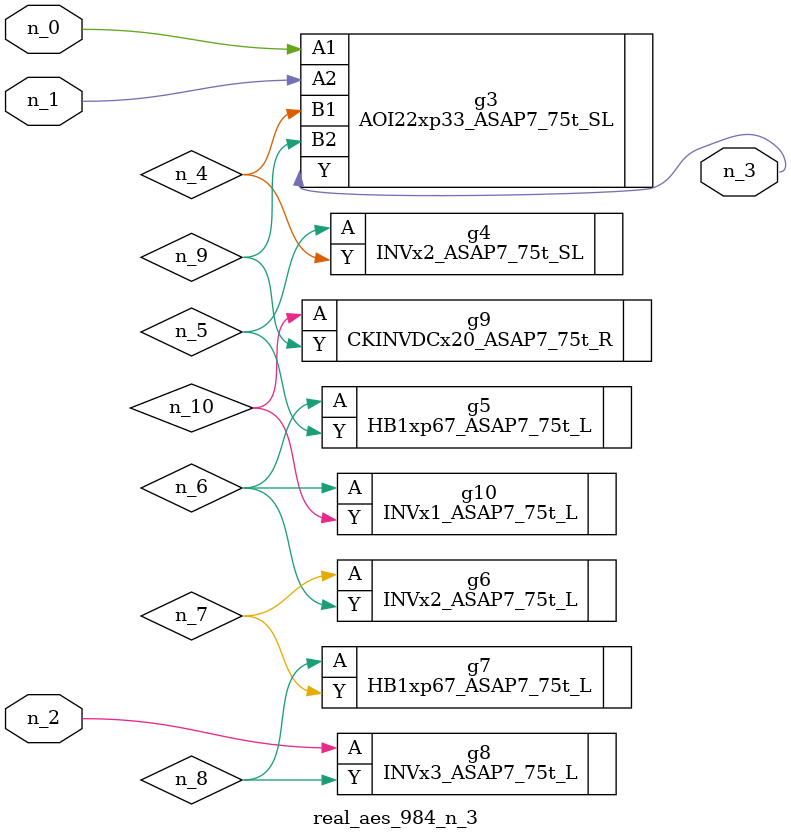
<source format=v>
module real_aes_984_n_3 (n_0, n_2, n_1, n_3);
input n_0;
input n_2;
input n_1;
output n_3;
wire n_4;
wire n_5;
wire n_7;
wire n_9;
wire n_6;
wire n_8;
wire n_10;
AOI22xp33_ASAP7_75t_SL g3 ( .A1(n_0), .A2(n_1), .B1(n_4), .B2(n_9), .Y(n_3) );
INVx3_ASAP7_75t_L g8 ( .A(n_2), .Y(n_8) );
INVx2_ASAP7_75t_SL g4 ( .A(n_5), .Y(n_4) );
HB1xp67_ASAP7_75t_L g5 ( .A(n_6), .Y(n_5) );
INVx1_ASAP7_75t_L g10 ( .A(n_6), .Y(n_10) );
INVx2_ASAP7_75t_L g6 ( .A(n_7), .Y(n_6) );
HB1xp67_ASAP7_75t_L g7 ( .A(n_8), .Y(n_7) );
CKINVDCx20_ASAP7_75t_R g9 ( .A(n_10), .Y(n_9) );
endmodule
</source>
